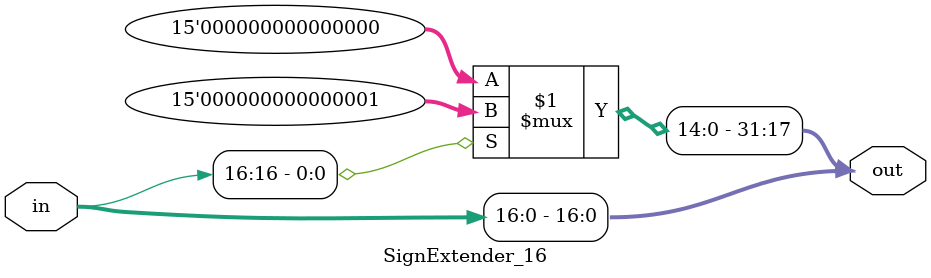
<source format=v>
module SignExtender_16(
    output [31:0] out,
    input [16:0] in);

    assign out[31:17] = in[16] ? 15'b1 : 15'b0;
    assign out[16:0] = in;

endmodule

</source>
